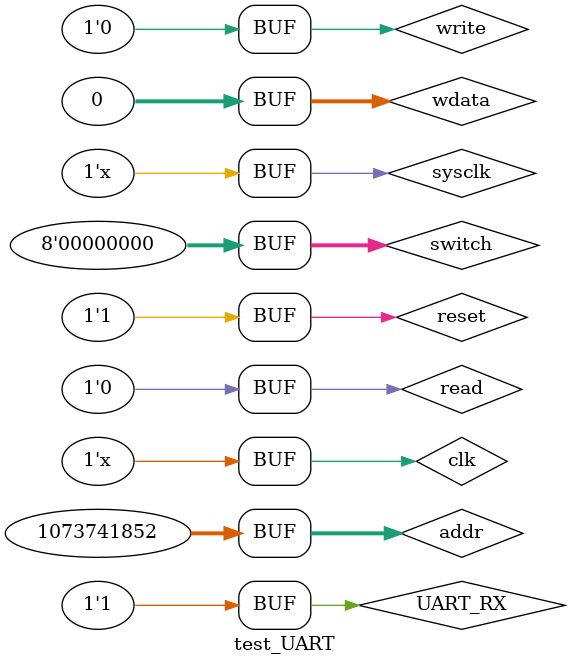
<source format=v>
`timescale 1ns / 1ps


module test_UART;

	// Inputs
	reg UART_RX;
	wire [7:0] UART_TXD;
	reg sysclk;
	reg reset;

	// Outputs
	wire UART_TX;
	wire [7:0] UART_RXD;
	wire RX_EFF;
	wire TX_STATUS;
	wire RX_READ;

	// Instantiate the Unit Under Test (UUT)
	UART uut (
		.UART_RX(UART_RX), 
		.UART_TX(UART_TX), 
		.UART_RXD(UART_RXD), 
		.UART_TXD(UART_TXD), 
		.RX_EFF(RX_EFF), 
		.RX_READ(RX_READ), 
		.TX_STATUS(TX_STATUS), 
		.TX_EN(TX_EN), 
		.sysclk(sysclk), 
		.reset(reset)
	);
	
	reg clk;
	reg read;
	reg write;
	reg [31:0] wdata;
	reg [31:0] addr;
	reg [7:0] switch;

	// Outputs
	wire [31:0] rdata;
	wire [7:0] led;
	wire [11:0] digits;
	wire interrupt;
	wire read_acc;
	wire write_acc;
	wire TX_EN;
	
	DataMem uu (
		.clk(clk), 
		.reset(reset), 
		.read(read), 
		.write(write), 
		.addr(addr),
		.rdata(rdata), 
		.wdata(wdata), 
		.led(led), 
		.switch(switch), 
		.digits(digits), 
		.UART_TXD(UART_TXD), 
		.UART_RXD(UART_RXD), 
		.TX_STATUS(TX_STATUS),
		.RX_EFF(RX_EFF),
		.TX_EN(TX_EN),
		.RX_READ(RX_READ),
		.interrupt(interrupt), 
		.read_acc(read_acc), 
		.write_acc(write_acc)
	);

	initial begin
		$dumpfile("testuart.vcd");
		$dumpvars(0, uut, uu);

		// Initialize Inputs
		UART_RX = 1;
		sysclk = 0;
		clk = 0;
		reset = 1;
		addr = 32'h0;
		
		read = 0;
		write = 0;
		wdata = 0;
		switch = 0;

		#1;
      reset = 0;
		// Add stimulus here
		
		#1;
      reset = 1;
		#15000;
		// wdata = 32'h00000055;
		// addr = 32'h40000018;
		// write = 1'b1;
		
		// #40;
		// wdata = 32'h000000cc;
		// addr = 32'h00000000;
		// write = 1'b1;
		
		// #40;
		// addr = 32'h00000000;
		// write = 1'b0;
		// read = 1'b1;
		
		// #40;
		// wdata = 32'h1;
		// addr = 32'h40000020;
		// write = 1'b1;
		// read = 1'b0;
		
		// #40;
		// wdata = 32'h0;
		// addr = 32'h40000020;
		// write = 1'b1;
		
		// #40;
		// write = 1'b0;
		
		#20833 UART_RX = 0;
		#20833 UART_RX = 1;
		#20833 UART_RX = 0;
		#20833 UART_RX = 0;
		#20833 UART_RX = 0;
		$display("RX_EFF = ", RX_EFF);
		#20833 UART_RX = 0;
		#20833 UART_RX = 0;
		#20833 UART_RX = 0;
		#20833 UART_RX = 0;
		#20833 UART_RX = 1;
		$display("RX_EFF = ", RX_EFF);
		#40;
		$display("RX_EFF = ", RX_EFF);
		addr = 32'h4000001c;
		read = 1'b1;
		
		#40;
		read = 1'b0;
	end
	
	// always #100 clk = ~clk;
	// always #5 sysclk = ~sysclk;
	always #20 clk = ~clk;
	always #1 sysclk = ~sysclk;
endmodule

</source>
